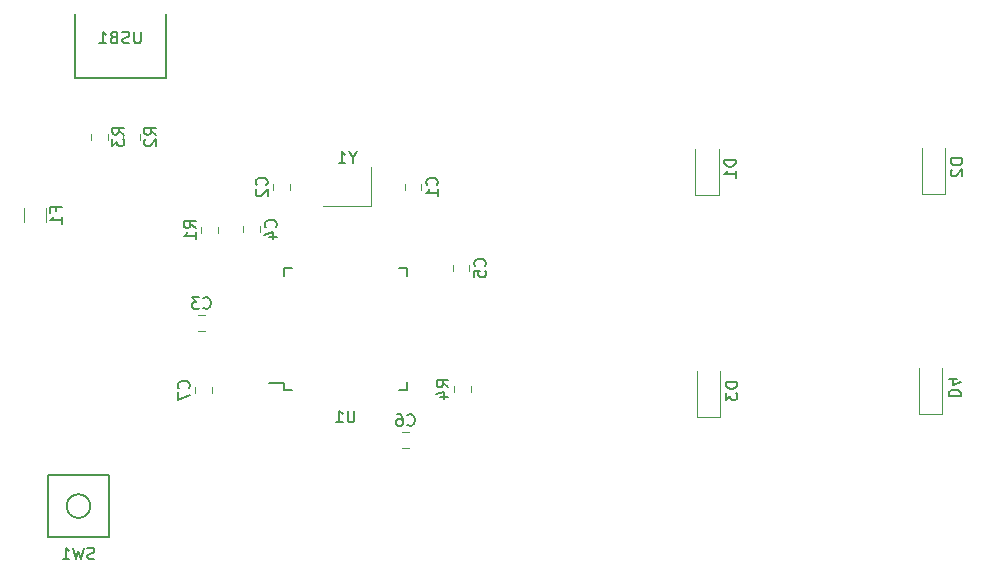
<source format=gbr>
G04 #@! TF.GenerationSoftware,KiCad,Pcbnew,(5.1.4)-1*
G04 #@! TF.CreationDate,2022-10-29T17:19:06+02:00*
G04 #@! TF.ProjectId,quaver-keypad,71756176-6572-42d6-9b65-797061642e6b,rev?*
G04 #@! TF.SameCoordinates,Original*
G04 #@! TF.FileFunction,Legend,Bot*
G04 #@! TF.FilePolarity,Positive*
%FSLAX46Y46*%
G04 Gerber Fmt 4.6, Leading zero omitted, Abs format (unit mm)*
G04 Created by KiCad (PCBNEW (5.1.4)-1) date 2022-10-29 17:19:06*
%MOMM*%
%LPD*%
G04 APERTURE LIST*
%ADD10C,0.120000*%
%ADD11C,0.150000*%
G04 APERTURE END LIST*
D10*
X121269000Y-95214000D02*
X121269000Y-91314000D01*
X119269000Y-95214000D02*
X119269000Y-91314000D01*
X121269000Y-95214000D02*
X119269000Y-95214000D01*
X102473000Y-95468000D02*
X102473000Y-91568000D01*
X100473000Y-95468000D02*
X100473000Y-91568000D01*
X102473000Y-95468000D02*
X100473000Y-95468000D01*
X121523000Y-76545000D02*
X121523000Y-72645000D01*
X119523000Y-76545000D02*
X119523000Y-72645000D01*
X121523000Y-76545000D02*
X119523000Y-76545000D01*
X102346000Y-76672000D02*
X102346000Y-72772000D01*
X100346000Y-76672000D02*
X100346000Y-72772000D01*
X102346000Y-76672000D02*
X100346000Y-76672000D01*
X72870000Y-77620000D02*
X68870000Y-77620000D01*
X72870000Y-74320000D02*
X72870000Y-77620000D01*
D11*
X47839000Y-61341000D02*
X47839000Y-66791000D01*
X55539000Y-61341000D02*
X55539000Y-66791000D01*
X47839000Y-66791000D02*
X55539000Y-66791000D01*
X65564000Y-92611000D02*
X64289000Y-92611000D01*
X75914000Y-93186000D02*
X75239000Y-93186000D01*
X75914000Y-82836000D02*
X75239000Y-82836000D01*
X65564000Y-82836000D02*
X66239000Y-82836000D01*
X65564000Y-93186000D02*
X66239000Y-93186000D01*
X65564000Y-82836000D02*
X65564000Y-83511000D01*
X75914000Y-82836000D02*
X75914000Y-83511000D01*
X75914000Y-93186000D02*
X75914000Y-92511000D01*
X65564000Y-93186000D02*
X65564000Y-92611000D01*
X50733000Y-100397000D02*
X45533000Y-100397000D01*
X45533000Y-100397000D02*
X45533000Y-105597000D01*
X45533000Y-105597000D02*
X50733000Y-105597000D01*
X50733000Y-105597000D02*
X50733000Y-100397000D01*
X49133000Y-102997000D02*
G75*
G03X49133000Y-102997000I-1000000J0D01*
G01*
D10*
X81355000Y-92832422D02*
X81355000Y-93349578D01*
X79935000Y-92832422D02*
X79935000Y-93349578D01*
X59969000Y-79344422D02*
X59969000Y-79861578D01*
X58549000Y-79344422D02*
X58549000Y-79861578D01*
X51910000Y-71991078D02*
X51910000Y-71473922D01*
X53330000Y-71991078D02*
X53330000Y-71473922D01*
X49190000Y-71971078D02*
X49190000Y-71453922D01*
X50610000Y-71971078D02*
X50610000Y-71453922D01*
X43540000Y-78961064D02*
X43540000Y-77756936D01*
X45360000Y-78961064D02*
X45360000Y-77756936D01*
X59460000Y-92921422D02*
X59460000Y-93438578D01*
X58040000Y-92921422D02*
X58040000Y-93438578D01*
X58805578Y-88213000D02*
X58288422Y-88213000D01*
X58805578Y-86793000D02*
X58288422Y-86793000D01*
X76077578Y-98119000D02*
X75560422Y-98119000D01*
X76077578Y-96699000D02*
X75560422Y-96699000D01*
X79808000Y-83111078D02*
X79808000Y-82593922D01*
X81228000Y-83111078D02*
X81228000Y-82593922D01*
X66051500Y-75719172D02*
X66051500Y-76236328D01*
X64631500Y-75719172D02*
X64631500Y-76236328D01*
X75744000Y-76236328D02*
X75744000Y-75719172D01*
X77164000Y-76236328D02*
X77164000Y-75719172D01*
X62105000Y-79813078D02*
X62105000Y-79295922D01*
X63525000Y-79813078D02*
X63525000Y-79295922D01*
D11*
X121816619Y-93702095D02*
X122816619Y-93702095D01*
X122816619Y-93464000D01*
X122769000Y-93321142D01*
X122673761Y-93225904D01*
X122578523Y-93178285D01*
X122388047Y-93130666D01*
X122245190Y-93130666D01*
X122054714Y-93178285D01*
X121959476Y-93225904D01*
X121864238Y-93321142D01*
X121816619Y-93464000D01*
X121816619Y-93702095D01*
X122483285Y-92273523D02*
X121816619Y-92273523D01*
X122864238Y-92511619D02*
X122149952Y-92749714D01*
X122149952Y-92130666D01*
X103925380Y-92479904D02*
X102925380Y-92479904D01*
X102925380Y-92718000D01*
X102973000Y-92860857D01*
X103068238Y-92956095D01*
X103163476Y-93003714D01*
X103353952Y-93051333D01*
X103496809Y-93051333D01*
X103687285Y-93003714D01*
X103782523Y-92956095D01*
X103877761Y-92860857D01*
X103925380Y-92718000D01*
X103925380Y-92479904D01*
X102925380Y-93384666D02*
X102925380Y-94003714D01*
X103306333Y-93670380D01*
X103306333Y-93813238D01*
X103353952Y-93908476D01*
X103401571Y-93956095D01*
X103496809Y-94003714D01*
X103734904Y-94003714D01*
X103830142Y-93956095D01*
X103877761Y-93908476D01*
X103925380Y-93813238D01*
X103925380Y-93527523D01*
X103877761Y-93432285D01*
X103830142Y-93384666D01*
X122975380Y-73556904D02*
X121975380Y-73556904D01*
X121975380Y-73795000D01*
X122023000Y-73937857D01*
X122118238Y-74033095D01*
X122213476Y-74080714D01*
X122403952Y-74128333D01*
X122546809Y-74128333D01*
X122737285Y-74080714D01*
X122832523Y-74033095D01*
X122927761Y-73937857D01*
X122975380Y-73795000D01*
X122975380Y-73556904D01*
X122070619Y-74509285D02*
X122023000Y-74556904D01*
X121975380Y-74652142D01*
X121975380Y-74890238D01*
X122023000Y-74985476D01*
X122070619Y-75033095D01*
X122165857Y-75080714D01*
X122261095Y-75080714D01*
X122403952Y-75033095D01*
X122975380Y-74461666D01*
X122975380Y-75080714D01*
X103798380Y-73683904D02*
X102798380Y-73683904D01*
X102798380Y-73922000D01*
X102846000Y-74064857D01*
X102941238Y-74160095D01*
X103036476Y-74207714D01*
X103226952Y-74255333D01*
X103369809Y-74255333D01*
X103560285Y-74207714D01*
X103655523Y-74160095D01*
X103750761Y-74064857D01*
X103798380Y-73922000D01*
X103798380Y-73683904D01*
X103798380Y-75207714D02*
X103798380Y-74636285D01*
X103798380Y-74922000D02*
X102798380Y-74922000D01*
X102941238Y-74826761D01*
X103036476Y-74731523D01*
X103084095Y-74636285D01*
X71346190Y-73496190D02*
X71346190Y-73972380D01*
X71679523Y-72972380D02*
X71346190Y-73496190D01*
X71012857Y-72972380D01*
X70155714Y-73972380D02*
X70727142Y-73972380D01*
X70441428Y-73972380D02*
X70441428Y-72972380D01*
X70536666Y-73115238D01*
X70631904Y-73210476D01*
X70727142Y-73258095D01*
X53427095Y-62825380D02*
X53427095Y-63634904D01*
X53379476Y-63730142D01*
X53331857Y-63777761D01*
X53236619Y-63825380D01*
X53046142Y-63825380D01*
X52950904Y-63777761D01*
X52903285Y-63730142D01*
X52855666Y-63634904D01*
X52855666Y-62825380D01*
X52427095Y-63777761D02*
X52284238Y-63825380D01*
X52046142Y-63825380D01*
X51950904Y-63777761D01*
X51903285Y-63730142D01*
X51855666Y-63634904D01*
X51855666Y-63539666D01*
X51903285Y-63444428D01*
X51950904Y-63396809D01*
X52046142Y-63349190D01*
X52236619Y-63301571D01*
X52331857Y-63253952D01*
X52379476Y-63206333D01*
X52427095Y-63111095D01*
X52427095Y-63015857D01*
X52379476Y-62920619D01*
X52331857Y-62873000D01*
X52236619Y-62825380D01*
X51998523Y-62825380D01*
X51855666Y-62873000D01*
X51093761Y-63301571D02*
X50950904Y-63349190D01*
X50903285Y-63396809D01*
X50855666Y-63492047D01*
X50855666Y-63634904D01*
X50903285Y-63730142D01*
X50950904Y-63777761D01*
X51046142Y-63825380D01*
X51427095Y-63825380D01*
X51427095Y-62825380D01*
X51093761Y-62825380D01*
X50998523Y-62873000D01*
X50950904Y-62920619D01*
X50903285Y-63015857D01*
X50903285Y-63111095D01*
X50950904Y-63206333D01*
X50998523Y-63253952D01*
X51093761Y-63301571D01*
X51427095Y-63301571D01*
X49903285Y-63825380D02*
X50474714Y-63825380D01*
X50189000Y-63825380D02*
X50189000Y-62825380D01*
X50284238Y-62968238D01*
X50379476Y-63063476D01*
X50474714Y-63111095D01*
X71500904Y-94913380D02*
X71500904Y-95722904D01*
X71453285Y-95818142D01*
X71405666Y-95865761D01*
X71310428Y-95913380D01*
X71119952Y-95913380D01*
X71024714Y-95865761D01*
X70977095Y-95818142D01*
X70929476Y-95722904D01*
X70929476Y-94913380D01*
X69929476Y-95913380D02*
X70500904Y-95913380D01*
X70215190Y-95913380D02*
X70215190Y-94913380D01*
X70310428Y-95056238D01*
X70405666Y-95151476D01*
X70500904Y-95199095D01*
X49466333Y-107465761D02*
X49323476Y-107513380D01*
X49085380Y-107513380D01*
X48990142Y-107465761D01*
X48942523Y-107418142D01*
X48894904Y-107322904D01*
X48894904Y-107227666D01*
X48942523Y-107132428D01*
X48990142Y-107084809D01*
X49085380Y-107037190D01*
X49275857Y-106989571D01*
X49371095Y-106941952D01*
X49418714Y-106894333D01*
X49466333Y-106799095D01*
X49466333Y-106703857D01*
X49418714Y-106608619D01*
X49371095Y-106561000D01*
X49275857Y-106513380D01*
X49037761Y-106513380D01*
X48894904Y-106561000D01*
X48561571Y-106513380D02*
X48323476Y-107513380D01*
X48133000Y-106799095D01*
X47942523Y-107513380D01*
X47704428Y-106513380D01*
X46799666Y-107513380D02*
X47371095Y-107513380D01*
X47085380Y-107513380D02*
X47085380Y-106513380D01*
X47180619Y-106656238D01*
X47275857Y-106751476D01*
X47371095Y-106799095D01*
X79447380Y-92924333D02*
X78971190Y-92591000D01*
X79447380Y-92352904D02*
X78447380Y-92352904D01*
X78447380Y-92733857D01*
X78495000Y-92829095D01*
X78542619Y-92876714D01*
X78637857Y-92924333D01*
X78780714Y-92924333D01*
X78875952Y-92876714D01*
X78923571Y-92829095D01*
X78971190Y-92733857D01*
X78971190Y-92352904D01*
X78780714Y-93781476D02*
X79447380Y-93781476D01*
X78399761Y-93543380D02*
X79114047Y-93305285D01*
X79114047Y-93924333D01*
X58061380Y-79436333D02*
X57585190Y-79103000D01*
X58061380Y-78864904D02*
X57061380Y-78864904D01*
X57061380Y-79245857D01*
X57109000Y-79341095D01*
X57156619Y-79388714D01*
X57251857Y-79436333D01*
X57394714Y-79436333D01*
X57489952Y-79388714D01*
X57537571Y-79341095D01*
X57585190Y-79245857D01*
X57585190Y-78864904D01*
X58061380Y-80388714D02*
X58061380Y-79817285D01*
X58061380Y-80103000D02*
X57061380Y-80103000D01*
X57204238Y-80007761D01*
X57299476Y-79912523D01*
X57347095Y-79817285D01*
X54722380Y-71565833D02*
X54246190Y-71232500D01*
X54722380Y-70994404D02*
X53722380Y-70994404D01*
X53722380Y-71375357D01*
X53770000Y-71470595D01*
X53817619Y-71518214D01*
X53912857Y-71565833D01*
X54055714Y-71565833D01*
X54150952Y-71518214D01*
X54198571Y-71470595D01*
X54246190Y-71375357D01*
X54246190Y-70994404D01*
X53817619Y-71946785D02*
X53770000Y-71994404D01*
X53722380Y-72089642D01*
X53722380Y-72327738D01*
X53770000Y-72422976D01*
X53817619Y-72470595D01*
X53912857Y-72518214D01*
X54008095Y-72518214D01*
X54150952Y-72470595D01*
X54722380Y-71899166D01*
X54722380Y-72518214D01*
X52002380Y-71545833D02*
X51526190Y-71212500D01*
X52002380Y-70974404D02*
X51002380Y-70974404D01*
X51002380Y-71355357D01*
X51050000Y-71450595D01*
X51097619Y-71498214D01*
X51192857Y-71545833D01*
X51335714Y-71545833D01*
X51430952Y-71498214D01*
X51478571Y-71450595D01*
X51526190Y-71355357D01*
X51526190Y-70974404D01*
X51002380Y-71879166D02*
X51002380Y-72498214D01*
X51383333Y-72164880D01*
X51383333Y-72307738D01*
X51430952Y-72402976D01*
X51478571Y-72450595D01*
X51573809Y-72498214D01*
X51811904Y-72498214D01*
X51907142Y-72450595D01*
X51954761Y-72402976D01*
X52002380Y-72307738D01*
X52002380Y-72022023D01*
X51954761Y-71926785D01*
X51907142Y-71879166D01*
X46198571Y-78025666D02*
X46198571Y-77692333D01*
X46722380Y-77692333D02*
X45722380Y-77692333D01*
X45722380Y-78168523D01*
X46722380Y-79073285D02*
X46722380Y-78501857D01*
X46722380Y-78787571D02*
X45722380Y-78787571D01*
X45865238Y-78692333D01*
X45960476Y-78597095D01*
X46008095Y-78501857D01*
X57457142Y-93013333D02*
X57504761Y-92965714D01*
X57552380Y-92822857D01*
X57552380Y-92727619D01*
X57504761Y-92584761D01*
X57409523Y-92489523D01*
X57314285Y-92441904D01*
X57123809Y-92394285D01*
X56980952Y-92394285D01*
X56790476Y-92441904D01*
X56695238Y-92489523D01*
X56600000Y-92584761D01*
X56552380Y-92727619D01*
X56552380Y-92822857D01*
X56600000Y-92965714D01*
X56647619Y-93013333D01*
X56552380Y-93346666D02*
X56552380Y-94013333D01*
X57552380Y-93584761D01*
X58713666Y-86210142D02*
X58761285Y-86257761D01*
X58904142Y-86305380D01*
X58999380Y-86305380D01*
X59142238Y-86257761D01*
X59237476Y-86162523D01*
X59285095Y-86067285D01*
X59332714Y-85876809D01*
X59332714Y-85733952D01*
X59285095Y-85543476D01*
X59237476Y-85448238D01*
X59142238Y-85353000D01*
X58999380Y-85305380D01*
X58904142Y-85305380D01*
X58761285Y-85353000D01*
X58713666Y-85400619D01*
X58380333Y-85305380D02*
X57761285Y-85305380D01*
X58094619Y-85686333D01*
X57951761Y-85686333D01*
X57856523Y-85733952D01*
X57808904Y-85781571D01*
X57761285Y-85876809D01*
X57761285Y-86114904D01*
X57808904Y-86210142D01*
X57856523Y-86257761D01*
X57951761Y-86305380D01*
X58237476Y-86305380D01*
X58332714Y-86257761D01*
X58380333Y-86210142D01*
X75985666Y-96116142D02*
X76033285Y-96163761D01*
X76176142Y-96211380D01*
X76271380Y-96211380D01*
X76414238Y-96163761D01*
X76509476Y-96068523D01*
X76557095Y-95973285D01*
X76604714Y-95782809D01*
X76604714Y-95639952D01*
X76557095Y-95449476D01*
X76509476Y-95354238D01*
X76414238Y-95259000D01*
X76271380Y-95211380D01*
X76176142Y-95211380D01*
X76033285Y-95259000D01*
X75985666Y-95306619D01*
X75128523Y-95211380D02*
X75319000Y-95211380D01*
X75414238Y-95259000D01*
X75461857Y-95306619D01*
X75557095Y-95449476D01*
X75604714Y-95639952D01*
X75604714Y-96020904D01*
X75557095Y-96116142D01*
X75509476Y-96163761D01*
X75414238Y-96211380D01*
X75223761Y-96211380D01*
X75128523Y-96163761D01*
X75080904Y-96116142D01*
X75033285Y-96020904D01*
X75033285Y-95782809D01*
X75080904Y-95687571D01*
X75128523Y-95639952D01*
X75223761Y-95592333D01*
X75414238Y-95592333D01*
X75509476Y-95639952D01*
X75557095Y-95687571D01*
X75604714Y-95782809D01*
X82525142Y-82685833D02*
X82572761Y-82638214D01*
X82620380Y-82495357D01*
X82620380Y-82400119D01*
X82572761Y-82257261D01*
X82477523Y-82162023D01*
X82382285Y-82114404D01*
X82191809Y-82066785D01*
X82048952Y-82066785D01*
X81858476Y-82114404D01*
X81763238Y-82162023D01*
X81668000Y-82257261D01*
X81620380Y-82400119D01*
X81620380Y-82495357D01*
X81668000Y-82638214D01*
X81715619Y-82685833D01*
X81620380Y-83590595D02*
X81620380Y-83114404D01*
X82096571Y-83066785D01*
X82048952Y-83114404D01*
X82001333Y-83209642D01*
X82001333Y-83447738D01*
X82048952Y-83542976D01*
X82096571Y-83590595D01*
X82191809Y-83638214D01*
X82429904Y-83638214D01*
X82525142Y-83590595D01*
X82572761Y-83542976D01*
X82620380Y-83447738D01*
X82620380Y-83209642D01*
X82572761Y-83114404D01*
X82525142Y-83066785D01*
X64048642Y-75811083D02*
X64096261Y-75763464D01*
X64143880Y-75620607D01*
X64143880Y-75525369D01*
X64096261Y-75382511D01*
X64001023Y-75287273D01*
X63905785Y-75239654D01*
X63715309Y-75192035D01*
X63572452Y-75192035D01*
X63381976Y-75239654D01*
X63286738Y-75287273D01*
X63191500Y-75382511D01*
X63143880Y-75525369D01*
X63143880Y-75620607D01*
X63191500Y-75763464D01*
X63239119Y-75811083D01*
X63239119Y-76192035D02*
X63191500Y-76239654D01*
X63143880Y-76334892D01*
X63143880Y-76572988D01*
X63191500Y-76668226D01*
X63239119Y-76715845D01*
X63334357Y-76763464D01*
X63429595Y-76763464D01*
X63572452Y-76715845D01*
X64143880Y-76144416D01*
X64143880Y-76763464D01*
X78461142Y-75811083D02*
X78508761Y-75763464D01*
X78556380Y-75620607D01*
X78556380Y-75525369D01*
X78508761Y-75382511D01*
X78413523Y-75287273D01*
X78318285Y-75239654D01*
X78127809Y-75192035D01*
X77984952Y-75192035D01*
X77794476Y-75239654D01*
X77699238Y-75287273D01*
X77604000Y-75382511D01*
X77556380Y-75525369D01*
X77556380Y-75620607D01*
X77604000Y-75763464D01*
X77651619Y-75811083D01*
X78556380Y-76763464D02*
X78556380Y-76192035D01*
X78556380Y-76477750D02*
X77556380Y-76477750D01*
X77699238Y-76382511D01*
X77794476Y-76287273D01*
X77842095Y-76192035D01*
X64822142Y-79387833D02*
X64869761Y-79340214D01*
X64917380Y-79197357D01*
X64917380Y-79102119D01*
X64869761Y-78959261D01*
X64774523Y-78864023D01*
X64679285Y-78816404D01*
X64488809Y-78768785D01*
X64345952Y-78768785D01*
X64155476Y-78816404D01*
X64060238Y-78864023D01*
X63965000Y-78959261D01*
X63917380Y-79102119D01*
X63917380Y-79197357D01*
X63965000Y-79340214D01*
X64012619Y-79387833D01*
X64250714Y-80244976D02*
X64917380Y-80244976D01*
X63869761Y-80006880D02*
X64584047Y-79768785D01*
X64584047Y-80387833D01*
M02*

</source>
